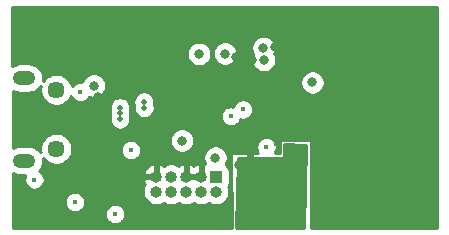
<source format=gbr>
%TF.GenerationSoftware,KiCad,Pcbnew,(5.1.7)-1*%
%TF.CreationDate,2020-12-26T20:13:37+13:00*%
%TF.ProjectId,STM32 RF Dongle,53544d33-3220-4524-9620-446f6e676c65,rev?*%
%TF.SameCoordinates,Original*%
%TF.FileFunction,Copper,L2,Inr*%
%TF.FilePolarity,Positive*%
%FSLAX46Y46*%
G04 Gerber Fmt 4.6, Leading zero omitted, Abs format (unit mm)*
G04 Created by KiCad (PCBNEW (5.1.7)-1) date 2020-12-26 20:13:37*
%MOMM*%
%LPD*%
G01*
G04 APERTURE LIST*
%TA.AperFunction,ComponentPad*%
%ADD10O,1.900000X1.200000*%
%TD*%
%TA.AperFunction,ComponentPad*%
%ADD11C,1.450000*%
%TD*%
%TA.AperFunction,ComponentPad*%
%ADD12R,1.000000X1.000000*%
%TD*%
%TA.AperFunction,ComponentPad*%
%ADD13O,1.000000X1.000000*%
%TD*%
%TA.AperFunction,ViaPad*%
%ADD14C,0.800000*%
%TD*%
%TA.AperFunction,ViaPad*%
%ADD15C,0.450000*%
%TD*%
%TA.AperFunction,ViaPad*%
%ADD16C,0.500000*%
%TD*%
%TA.AperFunction,Conductor*%
%ADD17C,0.254000*%
%TD*%
%TA.AperFunction,Conductor*%
%ADD18C,0.100000*%
%TD*%
G04 APERTURE END LIST*
D10*
%TO.N,Net-(J1-Pad6)*%
%TO.C,J1*%
X127172500Y-97150000D03*
X127172500Y-90150000D03*
D11*
X129872500Y-96150000D03*
X129872500Y-91150000D03*
%TD*%
D12*
%TO.N,+3V3*%
%TO.C,J3*%
X143410000Y-98510000D03*
D13*
%TO.N,SWDIO*%
X143410000Y-99780000D03*
%TO.N,GND*%
X142140000Y-98510000D03*
%TO.N,SW_CLK*%
X142140000Y-99780000D03*
%TO.N,GND*%
X140870000Y-98510000D03*
%TO.N,Net-(J3-Pad6)*%
X140870000Y-99780000D03*
%TO.N,Net-(J3-Pad7)*%
X139600000Y-98510000D03*
%TO.N,Net-(J3-Pad8)*%
X139600000Y-99780000D03*
%TO.N,GND*%
X138330000Y-98510000D03*
%TO.N,NRST*%
X138330000Y-99780000D03*
%TD*%
D14*
%TO.N,GND*%
X152580000Y-86580000D03*
X152825000Y-100700000D03*
X161630000Y-100060000D03*
X161625000Y-97975000D03*
X152825000Y-96350000D03*
X152625000Y-91450000D03*
X161625000Y-89325000D03*
X161620000Y-84530000D03*
X159720000Y-84510000D03*
X157150000Y-84500000D03*
X152625000Y-88825000D03*
X155710000Y-102240000D03*
X161620000Y-102220000D03*
X152825000Y-98450000D03*
X141330000Y-92770000D03*
X141330000Y-91600000D03*
X141330000Y-90550000D03*
X159225000Y-89150000D03*
X157625000Y-90900000D03*
X159225000Y-98125000D03*
X150670000Y-99375000D03*
X146630000Y-100610000D03*
X156625000Y-95800000D03*
X156600000Y-94750000D03*
X146470000Y-88625000D03*
X150395000Y-87550000D03*
X149395000Y-87550000D03*
X148420000Y-87550000D03*
D15*
X148450000Y-95725000D03*
D14*
X151510000Y-92190000D03*
X139130000Y-87920000D03*
X143110000Y-86120000D03*
X145110000Y-88380000D03*
X145380000Y-97490000D03*
X145250000Y-95580000D03*
X138730000Y-87110000D03*
X137830000Y-95560000D03*
X135630000Y-100770000D03*
X133375000Y-91750000D03*
X150770000Y-86100000D03*
D15*
X143970000Y-85950000D03*
X144480000Y-86510000D03*
X147360000Y-85920000D03*
X151430000Y-86960000D03*
X151540000Y-88540000D03*
X145740000Y-87480000D03*
X151750000Y-100090000D03*
X150170000Y-100720000D03*
X148650000Y-100850000D03*
X140620000Y-102530000D03*
X138280000Y-101710000D03*
X136600000Y-98170000D03*
X135680000Y-98850000D03*
X139980000Y-86130000D03*
X137550000Y-89000000D03*
X135980000Y-87380000D03*
X135980000Y-86000000D03*
D14*
X152700000Y-84540000D03*
X155040000Y-84510000D03*
X161650000Y-86610000D03*
X153010000Y-102290000D03*
X157900000Y-102260000D03*
X159800000Y-102280000D03*
D15*
X149900000Y-85310000D03*
X146270000Y-84950000D03*
X138750000Y-84780000D03*
X132650000Y-84780000D03*
X128690000Y-85480000D03*
X128870000Y-84340000D03*
X148270000Y-84650000D03*
X149000000Y-85610000D03*
X151120000Y-84700000D03*
X145140000Y-84630000D03*
X145580000Y-86290000D03*
X138950000Y-85630000D03*
X132090000Y-85310000D03*
X136600000Y-84650000D03*
X142550000Y-101540000D03*
X143960000Y-101550000D03*
X135550000Y-102300000D03*
X136710000Y-102280000D03*
X146425000Y-90675000D03*
X132275000Y-96225000D03*
X130850000Y-94925000D03*
X138575000Y-102475000D03*
X143325000Y-102425000D03*
%TO.N,+3V3*%
X131450000Y-100650000D03*
D14*
X143350000Y-96890000D03*
X147450000Y-88620000D03*
X147420000Y-87590000D03*
D15*
X147675000Y-96000000D03*
D14*
X151560000Y-90520000D03*
X144170000Y-88080000D03*
X140530000Y-95440000D03*
D16*
X137300000Y-92150000D03*
X137325000Y-92650000D03*
X135275000Y-93625000D03*
X135275000Y-93125000D03*
X135275000Y-92650000D03*
D14*
%TO.N,Net-(C3-Pad1)*%
X133070000Y-90790000D03*
D15*
%TO.N,+5V*%
X131925000Y-91325000D03*
D14*
%TO.N,NRST*%
X141970000Y-88110000D03*
D15*
%TO.N,SPI3_CLK*%
X145710000Y-92810000D03*
X144650000Y-93390000D03*
%TO.N,+5V*%
X136200000Y-96250000D03*
%TO.N,Net-(D3-Pad2)*%
X128030000Y-98740000D03*
X134875000Y-101675000D03*
%TD*%
D17*
%TO.N,GND*%
X162130507Y-102834967D02*
X151407000Y-102833525D01*
X151407000Y-95510000D01*
X151404560Y-95485224D01*
X151397333Y-95461399D01*
X151385597Y-95439443D01*
X151369803Y-95420197D01*
X151350557Y-95404403D01*
X151328601Y-95392667D01*
X151304776Y-95385440D01*
X151277321Y-95383028D01*
X148907321Y-95433028D01*
X148882602Y-95435991D01*
X148858935Y-95443719D01*
X148837231Y-95455915D01*
X148818323Y-95472112D01*
X148802939Y-95491686D01*
X148791668Y-95513885D01*
X148784945Y-95537856D01*
X148783006Y-95561233D01*
X148791782Y-96465150D01*
X148394016Y-96471875D01*
X148437122Y-96407363D01*
X148501951Y-96250853D01*
X148535000Y-96084703D01*
X148535000Y-95915297D01*
X148501951Y-95749147D01*
X148437122Y-95592637D01*
X148343005Y-95451782D01*
X148223218Y-95331995D01*
X148082363Y-95237878D01*
X147925853Y-95173049D01*
X147759703Y-95140000D01*
X147590297Y-95140000D01*
X147424147Y-95173049D01*
X147267637Y-95237878D01*
X147126782Y-95331995D01*
X147006995Y-95451782D01*
X146912878Y-95592637D01*
X146848049Y-95749147D01*
X146815000Y-95915297D01*
X146815000Y-96084703D01*
X146848049Y-96250853D01*
X146912878Y-96407363D01*
X146972049Y-96495918D01*
X144777853Y-96533018D01*
X144753121Y-96535877D01*
X144729423Y-96543506D01*
X144707667Y-96555611D01*
X144688692Y-96571728D01*
X144673226Y-96591238D01*
X144661862Y-96613390D01*
X144655039Y-96637333D01*
X144653016Y-96661995D01*
X144749983Y-102832630D01*
X126219260Y-102830139D01*
X126214651Y-101590297D01*
X134015000Y-101590297D01*
X134015000Y-101759703D01*
X134048049Y-101925853D01*
X134112878Y-102082363D01*
X134206995Y-102223218D01*
X134326782Y-102343005D01*
X134467637Y-102437122D01*
X134624147Y-102501951D01*
X134790297Y-102535000D01*
X134959703Y-102535000D01*
X135125853Y-102501951D01*
X135282363Y-102437122D01*
X135423218Y-102343005D01*
X135543005Y-102223218D01*
X135637122Y-102082363D01*
X135701951Y-101925853D01*
X135735000Y-101759703D01*
X135735000Y-101590297D01*
X135701951Y-101424147D01*
X135637122Y-101267637D01*
X135543005Y-101126782D01*
X135423218Y-101006995D01*
X135282363Y-100912878D01*
X135125853Y-100848049D01*
X134959703Y-100815000D01*
X134790297Y-100815000D01*
X134624147Y-100848049D01*
X134467637Y-100912878D01*
X134326782Y-101006995D01*
X134206995Y-101126782D01*
X134112878Y-101267637D01*
X134048049Y-101424147D01*
X134015000Y-101590297D01*
X126214651Y-101590297D01*
X126210839Y-100565297D01*
X130590000Y-100565297D01*
X130590000Y-100734703D01*
X130623049Y-100900853D01*
X130687878Y-101057363D01*
X130781995Y-101198218D01*
X130901782Y-101318005D01*
X131042637Y-101412122D01*
X131199147Y-101476951D01*
X131365297Y-101510000D01*
X131534703Y-101510000D01*
X131700853Y-101476951D01*
X131857363Y-101412122D01*
X131998218Y-101318005D01*
X132118005Y-101198218D01*
X132212122Y-101057363D01*
X132276951Y-100900853D01*
X132310000Y-100734703D01*
X132310000Y-100565297D01*
X132276951Y-100399147D01*
X132212122Y-100242637D01*
X132118005Y-100101782D01*
X131998218Y-99981995D01*
X131857363Y-99887878D01*
X131700853Y-99823049D01*
X131534703Y-99790000D01*
X131365297Y-99790000D01*
X131199147Y-99823049D01*
X131042637Y-99887878D01*
X130901782Y-99981995D01*
X130781995Y-100101782D01*
X130687878Y-100242637D01*
X130623049Y-100399147D01*
X130590000Y-100565297D01*
X126210839Y-100565297D01*
X126207504Y-99668212D01*
X137195000Y-99668212D01*
X137195000Y-99891788D01*
X137238617Y-100111067D01*
X137324176Y-100317624D01*
X137448388Y-100503520D01*
X137606480Y-100661612D01*
X137792376Y-100785824D01*
X137998933Y-100871383D01*
X138218212Y-100915000D01*
X138441788Y-100915000D01*
X138661067Y-100871383D01*
X138867624Y-100785824D01*
X138965000Y-100720759D01*
X139062376Y-100785824D01*
X139268933Y-100871383D01*
X139488212Y-100915000D01*
X139711788Y-100915000D01*
X139931067Y-100871383D01*
X140137624Y-100785824D01*
X140235000Y-100720759D01*
X140332376Y-100785824D01*
X140538933Y-100871383D01*
X140758212Y-100915000D01*
X140981788Y-100915000D01*
X141201067Y-100871383D01*
X141407624Y-100785824D01*
X141505000Y-100720759D01*
X141602376Y-100785824D01*
X141808933Y-100871383D01*
X142028212Y-100915000D01*
X142251788Y-100915000D01*
X142471067Y-100871383D01*
X142677624Y-100785824D01*
X142775000Y-100720759D01*
X142872376Y-100785824D01*
X143078933Y-100871383D01*
X143298212Y-100915000D01*
X143521788Y-100915000D01*
X143741067Y-100871383D01*
X143947624Y-100785824D01*
X144133520Y-100661612D01*
X144291612Y-100503520D01*
X144415824Y-100317624D01*
X144501383Y-100111067D01*
X144545000Y-99891788D01*
X144545000Y-99668212D01*
X144501383Y-99448933D01*
X144455112Y-99337226D01*
X144499502Y-99254180D01*
X144535812Y-99134482D01*
X144548072Y-99010000D01*
X144548072Y-98010000D01*
X144535812Y-97885518D01*
X144499502Y-97765820D01*
X144440537Y-97655506D01*
X144361185Y-97558815D01*
X144264494Y-97479463D01*
X144217648Y-97454423D01*
X144267205Y-97380256D01*
X144345226Y-97191898D01*
X144385000Y-96991939D01*
X144385000Y-96788061D01*
X144345226Y-96588102D01*
X144267205Y-96399744D01*
X144153937Y-96230226D01*
X144009774Y-96086063D01*
X143840256Y-95972795D01*
X143651898Y-95894774D01*
X143451939Y-95855000D01*
X143248061Y-95855000D01*
X143048102Y-95894774D01*
X142859744Y-95972795D01*
X142690226Y-96086063D01*
X142546063Y-96230226D01*
X142432795Y-96399744D01*
X142354774Y-96588102D01*
X142315000Y-96788061D01*
X142315000Y-96991939D01*
X142354774Y-97191898D01*
X142432795Y-97380256D01*
X142460340Y-97421480D01*
X142441874Y-97415881D01*
X142267000Y-97542046D01*
X142267000Y-98383000D01*
X142271928Y-98383000D01*
X142271928Y-98637000D01*
X142267000Y-98637000D01*
X142267000Y-98648026D01*
X142251788Y-98645000D01*
X142028212Y-98645000D01*
X142013000Y-98648026D01*
X142013000Y-98637000D01*
X140997000Y-98637000D01*
X140997000Y-98648026D01*
X140981788Y-98645000D01*
X140758212Y-98645000D01*
X140743000Y-98648026D01*
X140743000Y-98637000D01*
X140731974Y-98637000D01*
X140735000Y-98621788D01*
X140735000Y-98398212D01*
X140731974Y-98383000D01*
X140743000Y-98383000D01*
X140743000Y-97542046D01*
X140997000Y-97542046D01*
X140997000Y-98383000D01*
X142013000Y-98383000D01*
X142013000Y-97542046D01*
X141838126Y-97415881D01*
X141783136Y-97432554D01*
X141579794Y-97522877D01*
X141505000Y-97575639D01*
X141430206Y-97522877D01*
X141226864Y-97432554D01*
X141171874Y-97415881D01*
X140997000Y-97542046D01*
X140743000Y-97542046D01*
X140568126Y-97415881D01*
X140513136Y-97432554D01*
X140309794Y-97522877D01*
X140239658Y-97572353D01*
X140137624Y-97504176D01*
X139931067Y-97418617D01*
X139711788Y-97375000D01*
X139488212Y-97375000D01*
X139268933Y-97418617D01*
X139062376Y-97504176D01*
X138960342Y-97572353D01*
X138890206Y-97522877D01*
X138686864Y-97432554D01*
X138631874Y-97415881D01*
X138457000Y-97542046D01*
X138457000Y-98383000D01*
X138468026Y-98383000D01*
X138465000Y-98398212D01*
X138465000Y-98621788D01*
X138468026Y-98637000D01*
X138457000Y-98637000D01*
X138457000Y-98648026D01*
X138441788Y-98645000D01*
X138218212Y-98645000D01*
X138203000Y-98648026D01*
X138203000Y-98637000D01*
X137360871Y-98637000D01*
X137235874Y-98811876D01*
X137315790Y-99019529D01*
X137392256Y-99140488D01*
X137324176Y-99242376D01*
X137238617Y-99448933D01*
X137195000Y-99668212D01*
X126207504Y-99668212D01*
X126202113Y-98218747D01*
X126347599Y-98296511D01*
X126580398Y-98367130D01*
X126761835Y-98385000D01*
X127246188Y-98385000D01*
X127203049Y-98489147D01*
X127170000Y-98655297D01*
X127170000Y-98824703D01*
X127203049Y-98990853D01*
X127267878Y-99147363D01*
X127361995Y-99288218D01*
X127481782Y-99408005D01*
X127622637Y-99502122D01*
X127779147Y-99566951D01*
X127945297Y-99600000D01*
X128114703Y-99600000D01*
X128280853Y-99566951D01*
X128437363Y-99502122D01*
X128578218Y-99408005D01*
X128698005Y-99288218D01*
X128792122Y-99147363D01*
X128856951Y-98990853D01*
X128890000Y-98824703D01*
X128890000Y-98655297D01*
X128856951Y-98489147D01*
X128792122Y-98332637D01*
X128708925Y-98208124D01*
X137235874Y-98208124D01*
X137360871Y-98383000D01*
X138203000Y-98383000D01*
X138203000Y-97542046D01*
X138028126Y-97415881D01*
X137973136Y-97432554D01*
X137769794Y-97522877D01*
X137587980Y-97651135D01*
X137434682Y-97812399D01*
X137315790Y-98000471D01*
X137235874Y-98208124D01*
X128708925Y-98208124D01*
X128698005Y-98191782D01*
X128578218Y-98071995D01*
X128439536Y-97979330D01*
X128554333Y-97839449D01*
X128669011Y-97624901D01*
X128739630Y-97392102D01*
X128763475Y-97150000D01*
X128739630Y-96907898D01*
X128736617Y-96897965D01*
X128816119Y-97016949D01*
X129005551Y-97206381D01*
X129228299Y-97355216D01*
X129475803Y-97457736D01*
X129738552Y-97510000D01*
X130006448Y-97510000D01*
X130269197Y-97457736D01*
X130516701Y-97355216D01*
X130739449Y-97206381D01*
X130928881Y-97016949D01*
X131077716Y-96794201D01*
X131180236Y-96546697D01*
X131232500Y-96283948D01*
X131232500Y-96165297D01*
X135340000Y-96165297D01*
X135340000Y-96334703D01*
X135373049Y-96500853D01*
X135437878Y-96657363D01*
X135531995Y-96798218D01*
X135651782Y-96918005D01*
X135792637Y-97012122D01*
X135949147Y-97076951D01*
X136115297Y-97110000D01*
X136284703Y-97110000D01*
X136450853Y-97076951D01*
X136607363Y-97012122D01*
X136748218Y-96918005D01*
X136868005Y-96798218D01*
X136962122Y-96657363D01*
X137026951Y-96500853D01*
X137060000Y-96334703D01*
X137060000Y-96165297D01*
X137026951Y-95999147D01*
X136962122Y-95842637D01*
X136868005Y-95701782D01*
X136748218Y-95581995D01*
X136607363Y-95487878D01*
X136450853Y-95423049D01*
X136284703Y-95390000D01*
X136115297Y-95390000D01*
X135949147Y-95423049D01*
X135792637Y-95487878D01*
X135651782Y-95581995D01*
X135531995Y-95701782D01*
X135437878Y-95842637D01*
X135373049Y-95999147D01*
X135340000Y-96165297D01*
X131232500Y-96165297D01*
X131232500Y-96016052D01*
X131180236Y-95753303D01*
X131077716Y-95505799D01*
X130965638Y-95338061D01*
X139495000Y-95338061D01*
X139495000Y-95541939D01*
X139534774Y-95741898D01*
X139612795Y-95930256D01*
X139726063Y-96099774D01*
X139870226Y-96243937D01*
X140039744Y-96357205D01*
X140228102Y-96435226D01*
X140428061Y-96475000D01*
X140631939Y-96475000D01*
X140831898Y-96435226D01*
X141020256Y-96357205D01*
X141189774Y-96243937D01*
X141333937Y-96099774D01*
X141447205Y-95930256D01*
X141525226Y-95741898D01*
X141565000Y-95541939D01*
X141565000Y-95338061D01*
X141525226Y-95138102D01*
X141447205Y-94949744D01*
X141333937Y-94780226D01*
X141189774Y-94636063D01*
X141020256Y-94522795D01*
X140831898Y-94444774D01*
X140631939Y-94405000D01*
X140428061Y-94405000D01*
X140228102Y-94444774D01*
X140039744Y-94522795D01*
X139870226Y-94636063D01*
X139726063Y-94780226D01*
X139612795Y-94949744D01*
X139534774Y-95138102D01*
X139495000Y-95338061D01*
X130965638Y-95338061D01*
X130928881Y-95283051D01*
X130739449Y-95093619D01*
X130516701Y-94944784D01*
X130269197Y-94842264D01*
X130006448Y-94790000D01*
X129738552Y-94790000D01*
X129475803Y-94842264D01*
X129228299Y-94944784D01*
X129005551Y-95093619D01*
X128816119Y-95283051D01*
X128667284Y-95505799D01*
X128564764Y-95753303D01*
X128512500Y-96016052D01*
X128512500Y-96283948D01*
X128545484Y-96449768D01*
X128400002Y-96272498D01*
X128211949Y-96118167D01*
X127997401Y-96003489D01*
X127764602Y-95932870D01*
X127583165Y-95915000D01*
X126761835Y-95915000D01*
X126580398Y-95932870D01*
X126347599Y-96003489D01*
X126194181Y-96085492D01*
X126181082Y-92562835D01*
X134390000Y-92562835D01*
X134390000Y-92737165D01*
X134419903Y-92887500D01*
X134390000Y-93037835D01*
X134390000Y-93212165D01*
X134422390Y-93375000D01*
X134390000Y-93537835D01*
X134390000Y-93712165D01*
X134424010Y-93883145D01*
X134490723Y-94044205D01*
X134587576Y-94189155D01*
X134710845Y-94312424D01*
X134855795Y-94409277D01*
X135016855Y-94475990D01*
X135187835Y-94510000D01*
X135362165Y-94510000D01*
X135533145Y-94475990D01*
X135694205Y-94409277D01*
X135839155Y-94312424D01*
X135962424Y-94189155D01*
X136059277Y-94044205D01*
X136125990Y-93883145D01*
X136160000Y-93712165D01*
X136160000Y-93537835D01*
X136127610Y-93375000D01*
X136160000Y-93212165D01*
X136160000Y-93037835D01*
X136130097Y-92887500D01*
X136160000Y-92737165D01*
X136160000Y-92562835D01*
X136125990Y-92391855D01*
X136059277Y-92230795D01*
X135962424Y-92085845D01*
X135939414Y-92062835D01*
X136415000Y-92062835D01*
X136415000Y-92237165D01*
X136449010Y-92408145D01*
X136463710Y-92443635D01*
X136440000Y-92562835D01*
X136440000Y-92737165D01*
X136474010Y-92908145D01*
X136540723Y-93069205D01*
X136637576Y-93214155D01*
X136760845Y-93337424D01*
X136905795Y-93434277D01*
X137066855Y-93500990D01*
X137237835Y-93535000D01*
X137412165Y-93535000D01*
X137583145Y-93500990D01*
X137744205Y-93434277D01*
X137889155Y-93337424D01*
X137921282Y-93305297D01*
X143790000Y-93305297D01*
X143790000Y-93474703D01*
X143823049Y-93640853D01*
X143887878Y-93797363D01*
X143981995Y-93938218D01*
X144101782Y-94058005D01*
X144242637Y-94152122D01*
X144399147Y-94216951D01*
X144565297Y-94250000D01*
X144734703Y-94250000D01*
X144900853Y-94216951D01*
X145057363Y-94152122D01*
X145198218Y-94058005D01*
X145318005Y-93938218D01*
X145412122Y-93797363D01*
X145476951Y-93640853D01*
X145477020Y-93640506D01*
X145625297Y-93670000D01*
X145794703Y-93670000D01*
X145960853Y-93636951D01*
X146117363Y-93572122D01*
X146258218Y-93478005D01*
X146378005Y-93358218D01*
X146472122Y-93217363D01*
X146536951Y-93060853D01*
X146570000Y-92894703D01*
X146570000Y-92725297D01*
X146536951Y-92559147D01*
X146472122Y-92402637D01*
X146378005Y-92261782D01*
X146258218Y-92141995D01*
X146117363Y-92047878D01*
X145960853Y-91983049D01*
X145794703Y-91950000D01*
X145625297Y-91950000D01*
X145459147Y-91983049D01*
X145302637Y-92047878D01*
X145161782Y-92141995D01*
X145041995Y-92261782D01*
X144947878Y-92402637D01*
X144883049Y-92559147D01*
X144882980Y-92559494D01*
X144734703Y-92530000D01*
X144565297Y-92530000D01*
X144399147Y-92563049D01*
X144242637Y-92627878D01*
X144101782Y-92721995D01*
X143981995Y-92841782D01*
X143887878Y-92982637D01*
X143823049Y-93139147D01*
X143790000Y-93305297D01*
X137921282Y-93305297D01*
X138012424Y-93214155D01*
X138109277Y-93069205D01*
X138175990Y-92908145D01*
X138210000Y-92737165D01*
X138210000Y-92562835D01*
X138175990Y-92391855D01*
X138161290Y-92356365D01*
X138185000Y-92237165D01*
X138185000Y-92062835D01*
X138150990Y-91891855D01*
X138084277Y-91730795D01*
X137987424Y-91585845D01*
X137864155Y-91462576D01*
X137719205Y-91365723D01*
X137558145Y-91299010D01*
X137387165Y-91265000D01*
X137212835Y-91265000D01*
X137041855Y-91299010D01*
X136880795Y-91365723D01*
X136735845Y-91462576D01*
X136612576Y-91585845D01*
X136515723Y-91730795D01*
X136449010Y-91891855D01*
X136415000Y-92062835D01*
X135939414Y-92062835D01*
X135839155Y-91962576D01*
X135694205Y-91865723D01*
X135533145Y-91799010D01*
X135362165Y-91765000D01*
X135187835Y-91765000D01*
X135016855Y-91799010D01*
X134855795Y-91865723D01*
X134710845Y-91962576D01*
X134587576Y-92085845D01*
X134490723Y-92230795D01*
X134424010Y-92391855D01*
X134390000Y-92562835D01*
X126181082Y-92562835D01*
X126176032Y-91204807D01*
X126347599Y-91296511D01*
X126580398Y-91367130D01*
X126761835Y-91385000D01*
X127583165Y-91385000D01*
X127764602Y-91367130D01*
X127997401Y-91296511D01*
X128211949Y-91181833D01*
X128400002Y-91027502D01*
X128545484Y-90850232D01*
X128512500Y-91016052D01*
X128512500Y-91283948D01*
X128564764Y-91546697D01*
X128667284Y-91794201D01*
X128816119Y-92016949D01*
X129005551Y-92206381D01*
X129228299Y-92355216D01*
X129475803Y-92457736D01*
X129738552Y-92510000D01*
X130006448Y-92510000D01*
X130269197Y-92457736D01*
X130516701Y-92355216D01*
X130739449Y-92206381D01*
X130928881Y-92016949D01*
X131077716Y-91794201D01*
X131133104Y-91660483D01*
X131162878Y-91732363D01*
X131256995Y-91873218D01*
X131376782Y-91993005D01*
X131517637Y-92087122D01*
X131674147Y-92151951D01*
X131840297Y-92185000D01*
X132009703Y-92185000D01*
X132175853Y-92151951D01*
X132332363Y-92087122D01*
X132473218Y-91993005D01*
X132593005Y-91873218D01*
X132677011Y-91747495D01*
X132768102Y-91785226D01*
X132968061Y-91825000D01*
X133171939Y-91825000D01*
X133371898Y-91785226D01*
X133560256Y-91707205D01*
X133729774Y-91593937D01*
X133873937Y-91449774D01*
X133987205Y-91280256D01*
X134065226Y-91091898D01*
X134105000Y-90891939D01*
X134105000Y-90688061D01*
X134065226Y-90488102D01*
X134036214Y-90418061D01*
X150525000Y-90418061D01*
X150525000Y-90621939D01*
X150564774Y-90821898D01*
X150642795Y-91010256D01*
X150756063Y-91179774D01*
X150900226Y-91323937D01*
X151069744Y-91437205D01*
X151258102Y-91515226D01*
X151458061Y-91555000D01*
X151661939Y-91555000D01*
X151861898Y-91515226D01*
X152050256Y-91437205D01*
X152219774Y-91323937D01*
X152363937Y-91179774D01*
X152477205Y-91010256D01*
X152555226Y-90821898D01*
X152595000Y-90621939D01*
X152595000Y-90418061D01*
X152555226Y-90218102D01*
X152477205Y-90029744D01*
X152363937Y-89860226D01*
X152219774Y-89716063D01*
X152050256Y-89602795D01*
X151861898Y-89524774D01*
X151661939Y-89485000D01*
X151458061Y-89485000D01*
X151258102Y-89524774D01*
X151069744Y-89602795D01*
X150900226Y-89716063D01*
X150756063Y-89860226D01*
X150642795Y-90029744D01*
X150564774Y-90218102D01*
X150525000Y-90418061D01*
X134036214Y-90418061D01*
X133987205Y-90299744D01*
X133873937Y-90130226D01*
X133729774Y-89986063D01*
X133560256Y-89872795D01*
X133371898Y-89794774D01*
X133171939Y-89755000D01*
X132968061Y-89755000D01*
X132768102Y-89794774D01*
X132579744Y-89872795D01*
X132410226Y-89986063D01*
X132266063Y-90130226D01*
X132152795Y-90299744D01*
X132078662Y-90478717D01*
X132009703Y-90465000D01*
X131840297Y-90465000D01*
X131674147Y-90498049D01*
X131517637Y-90562878D01*
X131376782Y-90656995D01*
X131256995Y-90776782D01*
X131201443Y-90859920D01*
X131180236Y-90753303D01*
X131077716Y-90505799D01*
X130928881Y-90283051D01*
X130739449Y-90093619D01*
X130516701Y-89944784D01*
X130269197Y-89842264D01*
X130006448Y-89790000D01*
X129738552Y-89790000D01*
X129475803Y-89842264D01*
X129228299Y-89944784D01*
X129005551Y-90093619D01*
X128816119Y-90283051D01*
X128736617Y-90402035D01*
X128739630Y-90392102D01*
X128763475Y-90150000D01*
X128739630Y-89907898D01*
X128669011Y-89675099D01*
X128554333Y-89460551D01*
X128400002Y-89272498D01*
X128211949Y-89118167D01*
X127997401Y-89003489D01*
X127764602Y-88932870D01*
X127583165Y-88915000D01*
X126761835Y-88915000D01*
X126580398Y-88932870D01*
X126347599Y-89003489D01*
X126168204Y-89099378D01*
X126164146Y-88008061D01*
X140935000Y-88008061D01*
X140935000Y-88211939D01*
X140974774Y-88411898D01*
X141052795Y-88600256D01*
X141166063Y-88769774D01*
X141310226Y-88913937D01*
X141479744Y-89027205D01*
X141668102Y-89105226D01*
X141868061Y-89145000D01*
X142071939Y-89145000D01*
X142271898Y-89105226D01*
X142460256Y-89027205D01*
X142629774Y-88913937D01*
X142773937Y-88769774D01*
X142887205Y-88600256D01*
X142965226Y-88411898D01*
X143005000Y-88211939D01*
X143005000Y-88008061D01*
X142999033Y-87978061D01*
X143135000Y-87978061D01*
X143135000Y-88181939D01*
X143174774Y-88381898D01*
X143252795Y-88570256D01*
X143366063Y-88739774D01*
X143510226Y-88883937D01*
X143679744Y-88997205D01*
X143868102Y-89075226D01*
X144068061Y-89115000D01*
X144271939Y-89115000D01*
X144471898Y-89075226D01*
X144660256Y-88997205D01*
X144829774Y-88883937D01*
X144973937Y-88739774D01*
X145087205Y-88570256D01*
X145165226Y-88381898D01*
X145205000Y-88181939D01*
X145205000Y-87978061D01*
X145165226Y-87778102D01*
X145087205Y-87589744D01*
X145019263Y-87488061D01*
X146385000Y-87488061D01*
X146385000Y-87691939D01*
X146424774Y-87891898D01*
X146502795Y-88080256D01*
X146534328Y-88127449D01*
X146532795Y-88129744D01*
X146454774Y-88318102D01*
X146415000Y-88518061D01*
X146415000Y-88721939D01*
X146454774Y-88921898D01*
X146532795Y-89110256D01*
X146646063Y-89279774D01*
X146790226Y-89423937D01*
X146959744Y-89537205D01*
X147148102Y-89615226D01*
X147348061Y-89655000D01*
X147551939Y-89655000D01*
X147751898Y-89615226D01*
X147940256Y-89537205D01*
X148109774Y-89423937D01*
X148253937Y-89279774D01*
X148367205Y-89110256D01*
X148445226Y-88921898D01*
X148485000Y-88721939D01*
X148485000Y-88518061D01*
X148445226Y-88318102D01*
X148367205Y-88129744D01*
X148335672Y-88082551D01*
X148337205Y-88080256D01*
X148415226Y-87891898D01*
X148455000Y-87691939D01*
X148455000Y-87488061D01*
X148415226Y-87288102D01*
X148337205Y-87099744D01*
X148223937Y-86930226D01*
X148079774Y-86786063D01*
X147910256Y-86672795D01*
X147721898Y-86594774D01*
X147521939Y-86555000D01*
X147318061Y-86555000D01*
X147118102Y-86594774D01*
X146929744Y-86672795D01*
X146760226Y-86786063D01*
X146616063Y-86930226D01*
X146502795Y-87099744D01*
X146424774Y-87288102D01*
X146385000Y-87488061D01*
X145019263Y-87488061D01*
X144973937Y-87420226D01*
X144829774Y-87276063D01*
X144660256Y-87162795D01*
X144471898Y-87084774D01*
X144271939Y-87045000D01*
X144068061Y-87045000D01*
X143868102Y-87084774D01*
X143679744Y-87162795D01*
X143510226Y-87276063D01*
X143366063Y-87420226D01*
X143252795Y-87589744D01*
X143174774Y-87778102D01*
X143135000Y-87978061D01*
X142999033Y-87978061D01*
X142965226Y-87808102D01*
X142887205Y-87619744D01*
X142773937Y-87450226D01*
X142629774Y-87306063D01*
X142460256Y-87192795D01*
X142271898Y-87114774D01*
X142071939Y-87075000D01*
X141868061Y-87075000D01*
X141668102Y-87114774D01*
X141479744Y-87192795D01*
X141310226Y-87306063D01*
X141166063Y-87450226D01*
X141052795Y-87619744D01*
X140974774Y-87808102D01*
X140935000Y-88008061D01*
X126164146Y-88008061D01*
X126149799Y-84149898D01*
X162149783Y-84130567D01*
X162130507Y-102834967D01*
%TA.AperFunction,Conductor*%
D18*
G36*
X162130507Y-102834967D02*
G01*
X151407000Y-102833525D01*
X151407000Y-95510000D01*
X151404560Y-95485224D01*
X151397333Y-95461399D01*
X151385597Y-95439443D01*
X151369803Y-95420197D01*
X151350557Y-95404403D01*
X151328601Y-95392667D01*
X151304776Y-95385440D01*
X151277321Y-95383028D01*
X148907321Y-95433028D01*
X148882602Y-95435991D01*
X148858935Y-95443719D01*
X148837231Y-95455915D01*
X148818323Y-95472112D01*
X148802939Y-95491686D01*
X148791668Y-95513885D01*
X148784945Y-95537856D01*
X148783006Y-95561233D01*
X148791782Y-96465150D01*
X148394016Y-96471875D01*
X148437122Y-96407363D01*
X148501951Y-96250853D01*
X148535000Y-96084703D01*
X148535000Y-95915297D01*
X148501951Y-95749147D01*
X148437122Y-95592637D01*
X148343005Y-95451782D01*
X148223218Y-95331995D01*
X148082363Y-95237878D01*
X147925853Y-95173049D01*
X147759703Y-95140000D01*
X147590297Y-95140000D01*
X147424147Y-95173049D01*
X147267637Y-95237878D01*
X147126782Y-95331995D01*
X147006995Y-95451782D01*
X146912878Y-95592637D01*
X146848049Y-95749147D01*
X146815000Y-95915297D01*
X146815000Y-96084703D01*
X146848049Y-96250853D01*
X146912878Y-96407363D01*
X146972049Y-96495918D01*
X144777853Y-96533018D01*
X144753121Y-96535877D01*
X144729423Y-96543506D01*
X144707667Y-96555611D01*
X144688692Y-96571728D01*
X144673226Y-96591238D01*
X144661862Y-96613390D01*
X144655039Y-96637333D01*
X144653016Y-96661995D01*
X144749983Y-102832630D01*
X126219260Y-102830139D01*
X126214651Y-101590297D01*
X134015000Y-101590297D01*
X134015000Y-101759703D01*
X134048049Y-101925853D01*
X134112878Y-102082363D01*
X134206995Y-102223218D01*
X134326782Y-102343005D01*
X134467637Y-102437122D01*
X134624147Y-102501951D01*
X134790297Y-102535000D01*
X134959703Y-102535000D01*
X135125853Y-102501951D01*
X135282363Y-102437122D01*
X135423218Y-102343005D01*
X135543005Y-102223218D01*
X135637122Y-102082363D01*
X135701951Y-101925853D01*
X135735000Y-101759703D01*
X135735000Y-101590297D01*
X135701951Y-101424147D01*
X135637122Y-101267637D01*
X135543005Y-101126782D01*
X135423218Y-101006995D01*
X135282363Y-100912878D01*
X135125853Y-100848049D01*
X134959703Y-100815000D01*
X134790297Y-100815000D01*
X134624147Y-100848049D01*
X134467637Y-100912878D01*
X134326782Y-101006995D01*
X134206995Y-101126782D01*
X134112878Y-101267637D01*
X134048049Y-101424147D01*
X134015000Y-101590297D01*
X126214651Y-101590297D01*
X126210839Y-100565297D01*
X130590000Y-100565297D01*
X130590000Y-100734703D01*
X130623049Y-100900853D01*
X130687878Y-101057363D01*
X130781995Y-101198218D01*
X130901782Y-101318005D01*
X131042637Y-101412122D01*
X131199147Y-101476951D01*
X131365297Y-101510000D01*
X131534703Y-101510000D01*
X131700853Y-101476951D01*
X131857363Y-101412122D01*
X131998218Y-101318005D01*
X132118005Y-101198218D01*
X132212122Y-101057363D01*
X132276951Y-100900853D01*
X132310000Y-100734703D01*
X132310000Y-100565297D01*
X132276951Y-100399147D01*
X132212122Y-100242637D01*
X132118005Y-100101782D01*
X131998218Y-99981995D01*
X131857363Y-99887878D01*
X131700853Y-99823049D01*
X131534703Y-99790000D01*
X131365297Y-99790000D01*
X131199147Y-99823049D01*
X131042637Y-99887878D01*
X130901782Y-99981995D01*
X130781995Y-100101782D01*
X130687878Y-100242637D01*
X130623049Y-100399147D01*
X130590000Y-100565297D01*
X126210839Y-100565297D01*
X126207504Y-99668212D01*
X137195000Y-99668212D01*
X137195000Y-99891788D01*
X137238617Y-100111067D01*
X137324176Y-100317624D01*
X137448388Y-100503520D01*
X137606480Y-100661612D01*
X137792376Y-100785824D01*
X137998933Y-100871383D01*
X138218212Y-100915000D01*
X138441788Y-100915000D01*
X138661067Y-100871383D01*
X138867624Y-100785824D01*
X138965000Y-100720759D01*
X139062376Y-100785824D01*
X139268933Y-100871383D01*
X139488212Y-100915000D01*
X139711788Y-100915000D01*
X139931067Y-100871383D01*
X140137624Y-100785824D01*
X140235000Y-100720759D01*
X140332376Y-100785824D01*
X140538933Y-100871383D01*
X140758212Y-100915000D01*
X140981788Y-100915000D01*
X141201067Y-100871383D01*
X141407624Y-100785824D01*
X141505000Y-100720759D01*
X141602376Y-100785824D01*
X141808933Y-100871383D01*
X142028212Y-100915000D01*
X142251788Y-100915000D01*
X142471067Y-100871383D01*
X142677624Y-100785824D01*
X142775000Y-100720759D01*
X142872376Y-100785824D01*
X143078933Y-100871383D01*
X143298212Y-100915000D01*
X143521788Y-100915000D01*
X143741067Y-100871383D01*
X143947624Y-100785824D01*
X144133520Y-100661612D01*
X144291612Y-100503520D01*
X144415824Y-100317624D01*
X144501383Y-100111067D01*
X144545000Y-99891788D01*
X144545000Y-99668212D01*
X144501383Y-99448933D01*
X144455112Y-99337226D01*
X144499502Y-99254180D01*
X144535812Y-99134482D01*
X144548072Y-99010000D01*
X144548072Y-98010000D01*
X144535812Y-97885518D01*
X144499502Y-97765820D01*
X144440537Y-97655506D01*
X144361185Y-97558815D01*
X144264494Y-97479463D01*
X144217648Y-97454423D01*
X144267205Y-97380256D01*
X144345226Y-97191898D01*
X144385000Y-96991939D01*
X144385000Y-96788061D01*
X144345226Y-96588102D01*
X144267205Y-96399744D01*
X144153937Y-96230226D01*
X144009774Y-96086063D01*
X143840256Y-95972795D01*
X143651898Y-95894774D01*
X143451939Y-95855000D01*
X143248061Y-95855000D01*
X143048102Y-95894774D01*
X142859744Y-95972795D01*
X142690226Y-96086063D01*
X142546063Y-96230226D01*
X142432795Y-96399744D01*
X142354774Y-96588102D01*
X142315000Y-96788061D01*
X142315000Y-96991939D01*
X142354774Y-97191898D01*
X142432795Y-97380256D01*
X142460340Y-97421480D01*
X142441874Y-97415881D01*
X142267000Y-97542046D01*
X142267000Y-98383000D01*
X142271928Y-98383000D01*
X142271928Y-98637000D01*
X142267000Y-98637000D01*
X142267000Y-98648026D01*
X142251788Y-98645000D01*
X142028212Y-98645000D01*
X142013000Y-98648026D01*
X142013000Y-98637000D01*
X140997000Y-98637000D01*
X140997000Y-98648026D01*
X140981788Y-98645000D01*
X140758212Y-98645000D01*
X140743000Y-98648026D01*
X140743000Y-98637000D01*
X140731974Y-98637000D01*
X140735000Y-98621788D01*
X140735000Y-98398212D01*
X140731974Y-98383000D01*
X140743000Y-98383000D01*
X140743000Y-97542046D01*
X140997000Y-97542046D01*
X140997000Y-98383000D01*
X142013000Y-98383000D01*
X142013000Y-97542046D01*
X141838126Y-97415881D01*
X141783136Y-97432554D01*
X141579794Y-97522877D01*
X141505000Y-97575639D01*
X141430206Y-97522877D01*
X141226864Y-97432554D01*
X141171874Y-97415881D01*
X140997000Y-97542046D01*
X140743000Y-97542046D01*
X140568126Y-97415881D01*
X140513136Y-97432554D01*
X140309794Y-97522877D01*
X140239658Y-97572353D01*
X140137624Y-97504176D01*
X139931067Y-97418617D01*
X139711788Y-97375000D01*
X139488212Y-97375000D01*
X139268933Y-97418617D01*
X139062376Y-97504176D01*
X138960342Y-97572353D01*
X138890206Y-97522877D01*
X138686864Y-97432554D01*
X138631874Y-97415881D01*
X138457000Y-97542046D01*
X138457000Y-98383000D01*
X138468026Y-98383000D01*
X138465000Y-98398212D01*
X138465000Y-98621788D01*
X138468026Y-98637000D01*
X138457000Y-98637000D01*
X138457000Y-98648026D01*
X138441788Y-98645000D01*
X138218212Y-98645000D01*
X138203000Y-98648026D01*
X138203000Y-98637000D01*
X137360871Y-98637000D01*
X137235874Y-98811876D01*
X137315790Y-99019529D01*
X137392256Y-99140488D01*
X137324176Y-99242376D01*
X137238617Y-99448933D01*
X137195000Y-99668212D01*
X126207504Y-99668212D01*
X126202113Y-98218747D01*
X126347599Y-98296511D01*
X126580398Y-98367130D01*
X126761835Y-98385000D01*
X127246188Y-98385000D01*
X127203049Y-98489147D01*
X127170000Y-98655297D01*
X127170000Y-98824703D01*
X127203049Y-98990853D01*
X127267878Y-99147363D01*
X127361995Y-99288218D01*
X127481782Y-99408005D01*
X127622637Y-99502122D01*
X127779147Y-99566951D01*
X127945297Y-99600000D01*
X128114703Y-99600000D01*
X128280853Y-99566951D01*
X128437363Y-99502122D01*
X128578218Y-99408005D01*
X128698005Y-99288218D01*
X128792122Y-99147363D01*
X128856951Y-98990853D01*
X128890000Y-98824703D01*
X128890000Y-98655297D01*
X128856951Y-98489147D01*
X128792122Y-98332637D01*
X128708925Y-98208124D01*
X137235874Y-98208124D01*
X137360871Y-98383000D01*
X138203000Y-98383000D01*
X138203000Y-97542046D01*
X138028126Y-97415881D01*
X137973136Y-97432554D01*
X137769794Y-97522877D01*
X137587980Y-97651135D01*
X137434682Y-97812399D01*
X137315790Y-98000471D01*
X137235874Y-98208124D01*
X128708925Y-98208124D01*
X128698005Y-98191782D01*
X128578218Y-98071995D01*
X128439536Y-97979330D01*
X128554333Y-97839449D01*
X128669011Y-97624901D01*
X128739630Y-97392102D01*
X128763475Y-97150000D01*
X128739630Y-96907898D01*
X128736617Y-96897965D01*
X128816119Y-97016949D01*
X129005551Y-97206381D01*
X129228299Y-97355216D01*
X129475803Y-97457736D01*
X129738552Y-97510000D01*
X130006448Y-97510000D01*
X130269197Y-97457736D01*
X130516701Y-97355216D01*
X130739449Y-97206381D01*
X130928881Y-97016949D01*
X131077716Y-96794201D01*
X131180236Y-96546697D01*
X131232500Y-96283948D01*
X131232500Y-96165297D01*
X135340000Y-96165297D01*
X135340000Y-96334703D01*
X135373049Y-96500853D01*
X135437878Y-96657363D01*
X135531995Y-96798218D01*
X135651782Y-96918005D01*
X135792637Y-97012122D01*
X135949147Y-97076951D01*
X136115297Y-97110000D01*
X136284703Y-97110000D01*
X136450853Y-97076951D01*
X136607363Y-97012122D01*
X136748218Y-96918005D01*
X136868005Y-96798218D01*
X136962122Y-96657363D01*
X137026951Y-96500853D01*
X137060000Y-96334703D01*
X137060000Y-96165297D01*
X137026951Y-95999147D01*
X136962122Y-95842637D01*
X136868005Y-95701782D01*
X136748218Y-95581995D01*
X136607363Y-95487878D01*
X136450853Y-95423049D01*
X136284703Y-95390000D01*
X136115297Y-95390000D01*
X135949147Y-95423049D01*
X135792637Y-95487878D01*
X135651782Y-95581995D01*
X135531995Y-95701782D01*
X135437878Y-95842637D01*
X135373049Y-95999147D01*
X135340000Y-96165297D01*
X131232500Y-96165297D01*
X131232500Y-96016052D01*
X131180236Y-95753303D01*
X131077716Y-95505799D01*
X130965638Y-95338061D01*
X139495000Y-95338061D01*
X139495000Y-95541939D01*
X139534774Y-95741898D01*
X139612795Y-95930256D01*
X139726063Y-96099774D01*
X139870226Y-96243937D01*
X140039744Y-96357205D01*
X140228102Y-96435226D01*
X140428061Y-96475000D01*
X140631939Y-96475000D01*
X140831898Y-96435226D01*
X141020256Y-96357205D01*
X141189774Y-96243937D01*
X141333937Y-96099774D01*
X141447205Y-95930256D01*
X141525226Y-95741898D01*
X141565000Y-95541939D01*
X141565000Y-95338061D01*
X141525226Y-95138102D01*
X141447205Y-94949744D01*
X141333937Y-94780226D01*
X141189774Y-94636063D01*
X141020256Y-94522795D01*
X140831898Y-94444774D01*
X140631939Y-94405000D01*
X140428061Y-94405000D01*
X140228102Y-94444774D01*
X140039744Y-94522795D01*
X139870226Y-94636063D01*
X139726063Y-94780226D01*
X139612795Y-94949744D01*
X139534774Y-95138102D01*
X139495000Y-95338061D01*
X130965638Y-95338061D01*
X130928881Y-95283051D01*
X130739449Y-95093619D01*
X130516701Y-94944784D01*
X130269197Y-94842264D01*
X130006448Y-94790000D01*
X129738552Y-94790000D01*
X129475803Y-94842264D01*
X129228299Y-94944784D01*
X129005551Y-95093619D01*
X128816119Y-95283051D01*
X128667284Y-95505799D01*
X128564764Y-95753303D01*
X128512500Y-96016052D01*
X128512500Y-96283948D01*
X128545484Y-96449768D01*
X128400002Y-96272498D01*
X128211949Y-96118167D01*
X127997401Y-96003489D01*
X127764602Y-95932870D01*
X127583165Y-95915000D01*
X126761835Y-95915000D01*
X126580398Y-95932870D01*
X126347599Y-96003489D01*
X126194181Y-96085492D01*
X126181082Y-92562835D01*
X134390000Y-92562835D01*
X134390000Y-92737165D01*
X134419903Y-92887500D01*
X134390000Y-93037835D01*
X134390000Y-93212165D01*
X134422390Y-93375000D01*
X134390000Y-93537835D01*
X134390000Y-93712165D01*
X134424010Y-93883145D01*
X134490723Y-94044205D01*
X134587576Y-94189155D01*
X134710845Y-94312424D01*
X134855795Y-94409277D01*
X135016855Y-94475990D01*
X135187835Y-94510000D01*
X135362165Y-94510000D01*
X135533145Y-94475990D01*
X135694205Y-94409277D01*
X135839155Y-94312424D01*
X135962424Y-94189155D01*
X136059277Y-94044205D01*
X136125990Y-93883145D01*
X136160000Y-93712165D01*
X136160000Y-93537835D01*
X136127610Y-93375000D01*
X136160000Y-93212165D01*
X136160000Y-93037835D01*
X136130097Y-92887500D01*
X136160000Y-92737165D01*
X136160000Y-92562835D01*
X136125990Y-92391855D01*
X136059277Y-92230795D01*
X135962424Y-92085845D01*
X135939414Y-92062835D01*
X136415000Y-92062835D01*
X136415000Y-92237165D01*
X136449010Y-92408145D01*
X136463710Y-92443635D01*
X136440000Y-92562835D01*
X136440000Y-92737165D01*
X136474010Y-92908145D01*
X136540723Y-93069205D01*
X136637576Y-93214155D01*
X136760845Y-93337424D01*
X136905795Y-93434277D01*
X137066855Y-93500990D01*
X137237835Y-93535000D01*
X137412165Y-93535000D01*
X137583145Y-93500990D01*
X137744205Y-93434277D01*
X137889155Y-93337424D01*
X137921282Y-93305297D01*
X143790000Y-93305297D01*
X143790000Y-93474703D01*
X143823049Y-93640853D01*
X143887878Y-93797363D01*
X143981995Y-93938218D01*
X144101782Y-94058005D01*
X144242637Y-94152122D01*
X144399147Y-94216951D01*
X144565297Y-94250000D01*
X144734703Y-94250000D01*
X144900853Y-94216951D01*
X145057363Y-94152122D01*
X145198218Y-94058005D01*
X145318005Y-93938218D01*
X145412122Y-93797363D01*
X145476951Y-93640853D01*
X145477020Y-93640506D01*
X145625297Y-93670000D01*
X145794703Y-93670000D01*
X145960853Y-93636951D01*
X146117363Y-93572122D01*
X146258218Y-93478005D01*
X146378005Y-93358218D01*
X146472122Y-93217363D01*
X146536951Y-93060853D01*
X146570000Y-92894703D01*
X146570000Y-92725297D01*
X146536951Y-92559147D01*
X146472122Y-92402637D01*
X146378005Y-92261782D01*
X146258218Y-92141995D01*
X146117363Y-92047878D01*
X145960853Y-91983049D01*
X145794703Y-91950000D01*
X145625297Y-91950000D01*
X145459147Y-91983049D01*
X145302637Y-92047878D01*
X145161782Y-92141995D01*
X145041995Y-92261782D01*
X144947878Y-92402637D01*
X144883049Y-92559147D01*
X144882980Y-92559494D01*
X144734703Y-92530000D01*
X144565297Y-92530000D01*
X144399147Y-92563049D01*
X144242637Y-92627878D01*
X144101782Y-92721995D01*
X143981995Y-92841782D01*
X143887878Y-92982637D01*
X143823049Y-93139147D01*
X143790000Y-93305297D01*
X137921282Y-93305297D01*
X138012424Y-93214155D01*
X138109277Y-93069205D01*
X138175990Y-92908145D01*
X138210000Y-92737165D01*
X138210000Y-92562835D01*
X138175990Y-92391855D01*
X138161290Y-92356365D01*
X138185000Y-92237165D01*
X138185000Y-92062835D01*
X138150990Y-91891855D01*
X138084277Y-91730795D01*
X137987424Y-91585845D01*
X137864155Y-91462576D01*
X137719205Y-91365723D01*
X137558145Y-91299010D01*
X137387165Y-91265000D01*
X137212835Y-91265000D01*
X137041855Y-91299010D01*
X136880795Y-91365723D01*
X136735845Y-91462576D01*
X136612576Y-91585845D01*
X136515723Y-91730795D01*
X136449010Y-91891855D01*
X136415000Y-92062835D01*
X135939414Y-92062835D01*
X135839155Y-91962576D01*
X135694205Y-91865723D01*
X135533145Y-91799010D01*
X135362165Y-91765000D01*
X135187835Y-91765000D01*
X135016855Y-91799010D01*
X134855795Y-91865723D01*
X134710845Y-91962576D01*
X134587576Y-92085845D01*
X134490723Y-92230795D01*
X134424010Y-92391855D01*
X134390000Y-92562835D01*
X126181082Y-92562835D01*
X126176032Y-91204807D01*
X126347599Y-91296511D01*
X126580398Y-91367130D01*
X126761835Y-91385000D01*
X127583165Y-91385000D01*
X127764602Y-91367130D01*
X127997401Y-91296511D01*
X128211949Y-91181833D01*
X128400002Y-91027502D01*
X128545484Y-90850232D01*
X128512500Y-91016052D01*
X128512500Y-91283948D01*
X128564764Y-91546697D01*
X128667284Y-91794201D01*
X128816119Y-92016949D01*
X129005551Y-92206381D01*
X129228299Y-92355216D01*
X129475803Y-92457736D01*
X129738552Y-92510000D01*
X130006448Y-92510000D01*
X130269197Y-92457736D01*
X130516701Y-92355216D01*
X130739449Y-92206381D01*
X130928881Y-92016949D01*
X131077716Y-91794201D01*
X131133104Y-91660483D01*
X131162878Y-91732363D01*
X131256995Y-91873218D01*
X131376782Y-91993005D01*
X131517637Y-92087122D01*
X131674147Y-92151951D01*
X131840297Y-92185000D01*
X132009703Y-92185000D01*
X132175853Y-92151951D01*
X132332363Y-92087122D01*
X132473218Y-91993005D01*
X132593005Y-91873218D01*
X132677011Y-91747495D01*
X132768102Y-91785226D01*
X132968061Y-91825000D01*
X133171939Y-91825000D01*
X133371898Y-91785226D01*
X133560256Y-91707205D01*
X133729774Y-91593937D01*
X133873937Y-91449774D01*
X133987205Y-91280256D01*
X134065226Y-91091898D01*
X134105000Y-90891939D01*
X134105000Y-90688061D01*
X134065226Y-90488102D01*
X134036214Y-90418061D01*
X150525000Y-90418061D01*
X150525000Y-90621939D01*
X150564774Y-90821898D01*
X150642795Y-91010256D01*
X150756063Y-91179774D01*
X150900226Y-91323937D01*
X151069744Y-91437205D01*
X151258102Y-91515226D01*
X151458061Y-91555000D01*
X151661939Y-91555000D01*
X151861898Y-91515226D01*
X152050256Y-91437205D01*
X152219774Y-91323937D01*
X152363937Y-91179774D01*
X152477205Y-91010256D01*
X152555226Y-90821898D01*
X152595000Y-90621939D01*
X152595000Y-90418061D01*
X152555226Y-90218102D01*
X152477205Y-90029744D01*
X152363937Y-89860226D01*
X152219774Y-89716063D01*
X152050256Y-89602795D01*
X151861898Y-89524774D01*
X151661939Y-89485000D01*
X151458061Y-89485000D01*
X151258102Y-89524774D01*
X151069744Y-89602795D01*
X150900226Y-89716063D01*
X150756063Y-89860226D01*
X150642795Y-90029744D01*
X150564774Y-90218102D01*
X150525000Y-90418061D01*
X134036214Y-90418061D01*
X133987205Y-90299744D01*
X133873937Y-90130226D01*
X133729774Y-89986063D01*
X133560256Y-89872795D01*
X133371898Y-89794774D01*
X133171939Y-89755000D01*
X132968061Y-89755000D01*
X132768102Y-89794774D01*
X132579744Y-89872795D01*
X132410226Y-89986063D01*
X132266063Y-90130226D01*
X132152795Y-90299744D01*
X132078662Y-90478717D01*
X132009703Y-90465000D01*
X131840297Y-90465000D01*
X131674147Y-90498049D01*
X131517637Y-90562878D01*
X131376782Y-90656995D01*
X131256995Y-90776782D01*
X131201443Y-90859920D01*
X131180236Y-90753303D01*
X131077716Y-90505799D01*
X130928881Y-90283051D01*
X130739449Y-90093619D01*
X130516701Y-89944784D01*
X130269197Y-89842264D01*
X130006448Y-89790000D01*
X129738552Y-89790000D01*
X129475803Y-89842264D01*
X129228299Y-89944784D01*
X129005551Y-90093619D01*
X128816119Y-90283051D01*
X128736617Y-90402035D01*
X128739630Y-90392102D01*
X128763475Y-90150000D01*
X128739630Y-89907898D01*
X128669011Y-89675099D01*
X128554333Y-89460551D01*
X128400002Y-89272498D01*
X128211949Y-89118167D01*
X127997401Y-89003489D01*
X127764602Y-88932870D01*
X127583165Y-88915000D01*
X126761835Y-88915000D01*
X126580398Y-88932870D01*
X126347599Y-89003489D01*
X126168204Y-89099378D01*
X126164146Y-88008061D01*
X140935000Y-88008061D01*
X140935000Y-88211939D01*
X140974774Y-88411898D01*
X141052795Y-88600256D01*
X141166063Y-88769774D01*
X141310226Y-88913937D01*
X141479744Y-89027205D01*
X141668102Y-89105226D01*
X141868061Y-89145000D01*
X142071939Y-89145000D01*
X142271898Y-89105226D01*
X142460256Y-89027205D01*
X142629774Y-88913937D01*
X142773937Y-88769774D01*
X142887205Y-88600256D01*
X142965226Y-88411898D01*
X143005000Y-88211939D01*
X143005000Y-88008061D01*
X142999033Y-87978061D01*
X143135000Y-87978061D01*
X143135000Y-88181939D01*
X143174774Y-88381898D01*
X143252795Y-88570256D01*
X143366063Y-88739774D01*
X143510226Y-88883937D01*
X143679744Y-88997205D01*
X143868102Y-89075226D01*
X144068061Y-89115000D01*
X144271939Y-89115000D01*
X144471898Y-89075226D01*
X144660256Y-88997205D01*
X144829774Y-88883937D01*
X144973937Y-88739774D01*
X145087205Y-88570256D01*
X145165226Y-88381898D01*
X145205000Y-88181939D01*
X145205000Y-87978061D01*
X145165226Y-87778102D01*
X145087205Y-87589744D01*
X145019263Y-87488061D01*
X146385000Y-87488061D01*
X146385000Y-87691939D01*
X146424774Y-87891898D01*
X146502795Y-88080256D01*
X146534328Y-88127449D01*
X146532795Y-88129744D01*
X146454774Y-88318102D01*
X146415000Y-88518061D01*
X146415000Y-88721939D01*
X146454774Y-88921898D01*
X146532795Y-89110256D01*
X146646063Y-89279774D01*
X146790226Y-89423937D01*
X146959744Y-89537205D01*
X147148102Y-89615226D01*
X147348061Y-89655000D01*
X147551939Y-89655000D01*
X147751898Y-89615226D01*
X147940256Y-89537205D01*
X148109774Y-89423937D01*
X148253937Y-89279774D01*
X148367205Y-89110256D01*
X148445226Y-88921898D01*
X148485000Y-88721939D01*
X148485000Y-88518061D01*
X148445226Y-88318102D01*
X148367205Y-88129744D01*
X148335672Y-88082551D01*
X148337205Y-88080256D01*
X148415226Y-87891898D01*
X148455000Y-87691939D01*
X148455000Y-87488061D01*
X148415226Y-87288102D01*
X148337205Y-87099744D01*
X148223937Y-86930226D01*
X148079774Y-86786063D01*
X147910256Y-86672795D01*
X147721898Y-86594774D01*
X147521939Y-86555000D01*
X147318061Y-86555000D01*
X147118102Y-86594774D01*
X146929744Y-86672795D01*
X146760226Y-86786063D01*
X146616063Y-86930226D01*
X146502795Y-87099744D01*
X146424774Y-87288102D01*
X146385000Y-87488061D01*
X145019263Y-87488061D01*
X144973937Y-87420226D01*
X144829774Y-87276063D01*
X144660256Y-87162795D01*
X144471898Y-87084774D01*
X144271939Y-87045000D01*
X144068061Y-87045000D01*
X143868102Y-87084774D01*
X143679744Y-87162795D01*
X143510226Y-87276063D01*
X143366063Y-87420226D01*
X143252795Y-87589744D01*
X143174774Y-87778102D01*
X143135000Y-87978061D01*
X142999033Y-87978061D01*
X142965226Y-87808102D01*
X142887205Y-87619744D01*
X142773937Y-87450226D01*
X142629774Y-87306063D01*
X142460256Y-87192795D01*
X142271898Y-87114774D01*
X142071939Y-87075000D01*
X141868061Y-87075000D01*
X141668102Y-87114774D01*
X141479744Y-87192795D01*
X141310226Y-87306063D01*
X141166063Y-87450226D01*
X141052795Y-87619744D01*
X140974774Y-87808102D01*
X140935000Y-88008061D01*
X126164146Y-88008061D01*
X126149799Y-84149898D01*
X162149783Y-84130567D01*
X162130507Y-102834967D01*
G37*
%TD.AperFunction*%
%TD*%
D17*
%TO.N,GND*%
X151000775Y-95795141D02*
X150876752Y-102833454D01*
X145131372Y-102832682D01*
X145236979Y-97002300D01*
X145237000Y-97000000D01*
X145237000Y-96956358D01*
X149060643Y-96936998D01*
X149085407Y-96934433D01*
X149109194Y-96927085D01*
X149131091Y-96915238D01*
X149150256Y-96899347D01*
X149165953Y-96880022D01*
X149177577Y-96858006D01*
X149184684Y-96834145D01*
X149187000Y-96810000D01*
X149187000Y-95768854D01*
X151000775Y-95795141D01*
%TA.AperFunction,Conductor*%
D18*
G36*
X151000775Y-95795141D02*
G01*
X150876752Y-102833454D01*
X145131372Y-102832682D01*
X145236979Y-97002300D01*
X145237000Y-97000000D01*
X145237000Y-96956358D01*
X149060643Y-96936998D01*
X149085407Y-96934433D01*
X149109194Y-96927085D01*
X149131091Y-96915238D01*
X149150256Y-96899347D01*
X149165953Y-96880022D01*
X149177577Y-96858006D01*
X149184684Y-96834145D01*
X149187000Y-96810000D01*
X149187000Y-95768854D01*
X151000775Y-95795141D01*
G37*
%TD.AperFunction*%
%TD*%
D17*
%TO.N,GND*%
X146453000Y-96923000D02*
X146117000Y-96923000D01*
X146117000Y-96654866D01*
X146453000Y-96649171D01*
X146453000Y-96923000D01*
%TA.AperFunction,Conductor*%
D18*
G36*
X146453000Y-96923000D02*
G01*
X146117000Y-96923000D01*
X146117000Y-96654866D01*
X146453000Y-96649171D01*
X146453000Y-96923000D01*
G37*
%TD.AperFunction*%
%TD*%
M02*

</source>
